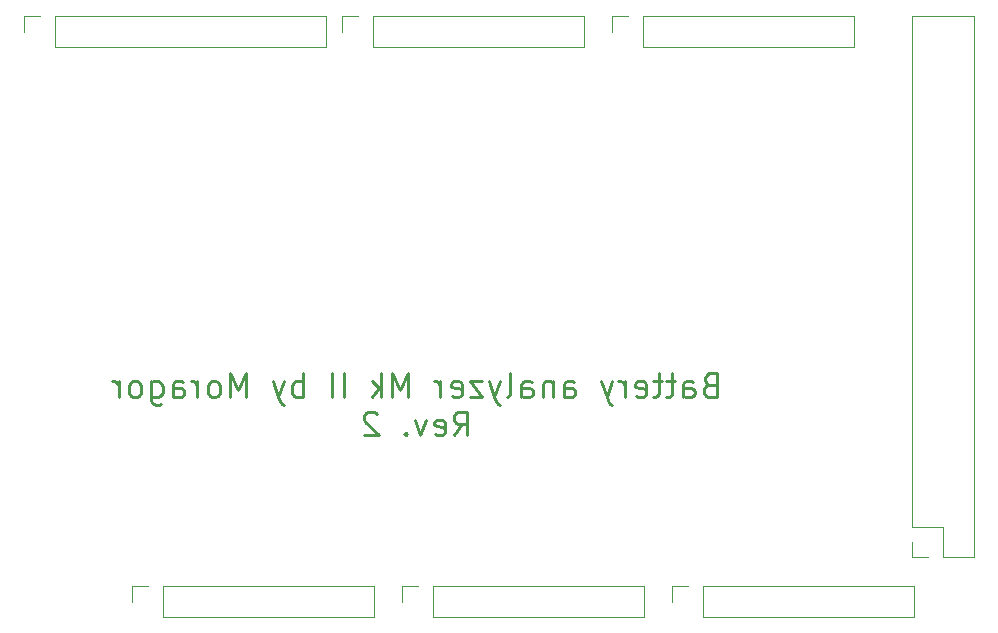
<source format=gbr>
G04 #@! TF.GenerationSoftware,KiCad,Pcbnew,(5.1.9)-1*
G04 #@! TF.CreationDate,2021-04-10T17:02:56+02:00*
G04 #@! TF.ProjectId,Battery_analyzer_MKII,42617474-6572-4795-9f61-6e616c797a65,2*
G04 #@! TF.SameCoordinates,Original*
G04 #@! TF.FileFunction,Legend,Bot*
G04 #@! TF.FilePolarity,Positive*
%FSLAX46Y46*%
G04 Gerber Fmt 4.6, Leading zero omitted, Abs format (unit mm)*
G04 Created by KiCad (PCBNEW (5.1.9)-1) date 2021-04-10 17:02:56*
%MOMM*%
%LPD*%
G01*
G04 APERTURE LIST*
%ADD10C,0.250000*%
%ADD11C,0.120000*%
G04 APERTURE END LIST*
D10*
X178819523Y-100772142D02*
X178533809Y-100867380D01*
X178438571Y-100962619D01*
X178343333Y-101153095D01*
X178343333Y-101438809D01*
X178438571Y-101629285D01*
X178533809Y-101724523D01*
X178724285Y-101819761D01*
X179486190Y-101819761D01*
X179486190Y-99819761D01*
X178819523Y-99819761D01*
X178629047Y-99915000D01*
X178533809Y-100010238D01*
X178438571Y-100200714D01*
X178438571Y-100391190D01*
X178533809Y-100581666D01*
X178629047Y-100676904D01*
X178819523Y-100772142D01*
X179486190Y-100772142D01*
X176629047Y-101819761D02*
X176629047Y-100772142D01*
X176724285Y-100581666D01*
X176914761Y-100486428D01*
X177295714Y-100486428D01*
X177486190Y-100581666D01*
X176629047Y-101724523D02*
X176819523Y-101819761D01*
X177295714Y-101819761D01*
X177486190Y-101724523D01*
X177581428Y-101534047D01*
X177581428Y-101343571D01*
X177486190Y-101153095D01*
X177295714Y-101057857D01*
X176819523Y-101057857D01*
X176629047Y-100962619D01*
X175962380Y-100486428D02*
X175200476Y-100486428D01*
X175676666Y-99819761D02*
X175676666Y-101534047D01*
X175581428Y-101724523D01*
X175390952Y-101819761D01*
X175200476Y-101819761D01*
X174819523Y-100486428D02*
X174057619Y-100486428D01*
X174533809Y-99819761D02*
X174533809Y-101534047D01*
X174438571Y-101724523D01*
X174248095Y-101819761D01*
X174057619Y-101819761D01*
X172629047Y-101724523D02*
X172819523Y-101819761D01*
X173200476Y-101819761D01*
X173390952Y-101724523D01*
X173486190Y-101534047D01*
X173486190Y-100772142D01*
X173390952Y-100581666D01*
X173200476Y-100486428D01*
X172819523Y-100486428D01*
X172629047Y-100581666D01*
X172533809Y-100772142D01*
X172533809Y-100962619D01*
X173486190Y-101153095D01*
X171676666Y-101819761D02*
X171676666Y-100486428D01*
X171676666Y-100867380D02*
X171581428Y-100676904D01*
X171486190Y-100581666D01*
X171295714Y-100486428D01*
X171105238Y-100486428D01*
X170629047Y-100486428D02*
X170152857Y-101819761D01*
X169676666Y-100486428D02*
X170152857Y-101819761D01*
X170343333Y-102295952D01*
X170438571Y-102391190D01*
X170629047Y-102486428D01*
X166533809Y-101819761D02*
X166533809Y-100772142D01*
X166629047Y-100581666D01*
X166819523Y-100486428D01*
X167200476Y-100486428D01*
X167390952Y-100581666D01*
X166533809Y-101724523D02*
X166724285Y-101819761D01*
X167200476Y-101819761D01*
X167390952Y-101724523D01*
X167486190Y-101534047D01*
X167486190Y-101343571D01*
X167390952Y-101153095D01*
X167200476Y-101057857D01*
X166724285Y-101057857D01*
X166533809Y-100962619D01*
X165581428Y-100486428D02*
X165581428Y-101819761D01*
X165581428Y-100676904D02*
X165486190Y-100581666D01*
X165295714Y-100486428D01*
X165010000Y-100486428D01*
X164819523Y-100581666D01*
X164724285Y-100772142D01*
X164724285Y-101819761D01*
X162914761Y-101819761D02*
X162914761Y-100772142D01*
X163010000Y-100581666D01*
X163200476Y-100486428D01*
X163581428Y-100486428D01*
X163771904Y-100581666D01*
X162914761Y-101724523D02*
X163105238Y-101819761D01*
X163581428Y-101819761D01*
X163771904Y-101724523D01*
X163867142Y-101534047D01*
X163867142Y-101343571D01*
X163771904Y-101153095D01*
X163581428Y-101057857D01*
X163105238Y-101057857D01*
X162914761Y-100962619D01*
X161676666Y-101819761D02*
X161867142Y-101724523D01*
X161962380Y-101534047D01*
X161962380Y-99819761D01*
X161105238Y-100486428D02*
X160629047Y-101819761D01*
X160152857Y-100486428D02*
X160629047Y-101819761D01*
X160819523Y-102295952D01*
X160914761Y-102391190D01*
X161105238Y-102486428D01*
X159581428Y-100486428D02*
X158533809Y-100486428D01*
X159581428Y-101819761D01*
X158533809Y-101819761D01*
X157010000Y-101724523D02*
X157200476Y-101819761D01*
X157581428Y-101819761D01*
X157771904Y-101724523D01*
X157867142Y-101534047D01*
X157867142Y-100772142D01*
X157771904Y-100581666D01*
X157581428Y-100486428D01*
X157200476Y-100486428D01*
X157010000Y-100581666D01*
X156914761Y-100772142D01*
X156914761Y-100962619D01*
X157867142Y-101153095D01*
X156057619Y-101819761D02*
X156057619Y-100486428D01*
X156057619Y-100867380D02*
X155962380Y-100676904D01*
X155867142Y-100581666D01*
X155676666Y-100486428D01*
X155486190Y-100486428D01*
X153295714Y-101819761D02*
X153295714Y-99819761D01*
X152629047Y-101248333D01*
X151962380Y-99819761D01*
X151962380Y-101819761D01*
X151010000Y-101819761D02*
X151010000Y-99819761D01*
X150819523Y-101057857D02*
X150248095Y-101819761D01*
X150248095Y-100486428D02*
X151010000Y-101248333D01*
X147867142Y-101819761D02*
X147867142Y-99819761D01*
X146914761Y-101819761D02*
X146914761Y-99819761D01*
X144438571Y-101819761D02*
X144438571Y-99819761D01*
X144438571Y-100581666D02*
X144248095Y-100486428D01*
X143867142Y-100486428D01*
X143676666Y-100581666D01*
X143581428Y-100676904D01*
X143486190Y-100867380D01*
X143486190Y-101438809D01*
X143581428Y-101629285D01*
X143676666Y-101724523D01*
X143867142Y-101819761D01*
X144248095Y-101819761D01*
X144438571Y-101724523D01*
X142819523Y-100486428D02*
X142343333Y-101819761D01*
X141867142Y-100486428D02*
X142343333Y-101819761D01*
X142533809Y-102295952D01*
X142629047Y-102391190D01*
X142819523Y-102486428D01*
X139581428Y-101819761D02*
X139581428Y-99819761D01*
X138914761Y-101248333D01*
X138248095Y-99819761D01*
X138248095Y-101819761D01*
X137010000Y-101819761D02*
X137200476Y-101724523D01*
X137295714Y-101629285D01*
X137390952Y-101438809D01*
X137390952Y-100867380D01*
X137295714Y-100676904D01*
X137200476Y-100581666D01*
X137010000Y-100486428D01*
X136724285Y-100486428D01*
X136533809Y-100581666D01*
X136438571Y-100676904D01*
X136343333Y-100867380D01*
X136343333Y-101438809D01*
X136438571Y-101629285D01*
X136533809Y-101724523D01*
X136724285Y-101819761D01*
X137010000Y-101819761D01*
X135486190Y-101819761D02*
X135486190Y-100486428D01*
X135486190Y-100867380D02*
X135390952Y-100676904D01*
X135295714Y-100581666D01*
X135105238Y-100486428D01*
X134914761Y-100486428D01*
X133390952Y-101819761D02*
X133390952Y-100772142D01*
X133486190Y-100581666D01*
X133676666Y-100486428D01*
X134057619Y-100486428D01*
X134248095Y-100581666D01*
X133390952Y-101724523D02*
X133581428Y-101819761D01*
X134057619Y-101819761D01*
X134248095Y-101724523D01*
X134343333Y-101534047D01*
X134343333Y-101343571D01*
X134248095Y-101153095D01*
X134057619Y-101057857D01*
X133581428Y-101057857D01*
X133390952Y-100962619D01*
X131581428Y-100486428D02*
X131581428Y-102105476D01*
X131676666Y-102295952D01*
X131771904Y-102391190D01*
X131962380Y-102486428D01*
X132248095Y-102486428D01*
X132438571Y-102391190D01*
X131581428Y-101724523D02*
X131771904Y-101819761D01*
X132152857Y-101819761D01*
X132343333Y-101724523D01*
X132438571Y-101629285D01*
X132533809Y-101438809D01*
X132533809Y-100867380D01*
X132438571Y-100676904D01*
X132343333Y-100581666D01*
X132152857Y-100486428D01*
X131771904Y-100486428D01*
X131581428Y-100581666D01*
X130343333Y-101819761D02*
X130533809Y-101724523D01*
X130629047Y-101629285D01*
X130724285Y-101438809D01*
X130724285Y-100867380D01*
X130629047Y-100676904D01*
X130533809Y-100581666D01*
X130343333Y-100486428D01*
X130057619Y-100486428D01*
X129867142Y-100581666D01*
X129771904Y-100676904D01*
X129676666Y-100867380D01*
X129676666Y-101438809D01*
X129771904Y-101629285D01*
X129867142Y-101724523D01*
X130057619Y-101819761D01*
X130343333Y-101819761D01*
X128819523Y-101819761D02*
X128819523Y-100486428D01*
X128819523Y-100867380D02*
X128724285Y-100676904D01*
X128629047Y-100581666D01*
X128438571Y-100486428D01*
X128248095Y-100486428D01*
X157200476Y-105069761D02*
X157867142Y-104117380D01*
X158343333Y-105069761D02*
X158343333Y-103069761D01*
X157581428Y-103069761D01*
X157390952Y-103165000D01*
X157295714Y-103260238D01*
X157200476Y-103450714D01*
X157200476Y-103736428D01*
X157295714Y-103926904D01*
X157390952Y-104022142D01*
X157581428Y-104117380D01*
X158343333Y-104117380D01*
X155581428Y-104974523D02*
X155771904Y-105069761D01*
X156152857Y-105069761D01*
X156343333Y-104974523D01*
X156438571Y-104784047D01*
X156438571Y-104022142D01*
X156343333Y-103831666D01*
X156152857Y-103736428D01*
X155771904Y-103736428D01*
X155581428Y-103831666D01*
X155486190Y-104022142D01*
X155486190Y-104212619D01*
X156438571Y-104403095D01*
X154819523Y-103736428D02*
X154343333Y-105069761D01*
X153867142Y-103736428D01*
X153105238Y-104879285D02*
X153010000Y-104974523D01*
X153105238Y-105069761D01*
X153200476Y-104974523D01*
X153105238Y-104879285D01*
X153105238Y-105069761D01*
X150724285Y-103260238D02*
X150629047Y-103165000D01*
X150438571Y-103069761D01*
X149962380Y-103069761D01*
X149771904Y-103165000D01*
X149676666Y-103260238D01*
X149581428Y-103450714D01*
X149581428Y-103641190D01*
X149676666Y-103926904D01*
X150819523Y-105069761D01*
X149581428Y-105069761D01*
D11*
X196028000Y-115376000D02*
X197358000Y-115376000D01*
X196028000Y-114046000D02*
X196028000Y-115376000D01*
X198628000Y-115376000D02*
X201228000Y-115376000D01*
X198628000Y-112776000D02*
X198628000Y-115376000D01*
X196028000Y-112776000D02*
X198628000Y-112776000D01*
X201228000Y-115376000D02*
X201228000Y-69536000D01*
X196028000Y-112776000D02*
X196028000Y-69536000D01*
X196028000Y-69536000D02*
X201228000Y-69536000D01*
X150428000Y-117796000D02*
X150428000Y-120456000D01*
X132588000Y-117796000D02*
X150428000Y-117796000D01*
X132588000Y-120456000D02*
X150428000Y-120456000D01*
X132588000Y-117796000D02*
X132588000Y-120456000D01*
X131318000Y-117796000D02*
X129988000Y-117796000D01*
X129988000Y-117796000D02*
X129988000Y-119126000D01*
X152848000Y-117796000D02*
X152848000Y-119126000D01*
X154178000Y-117796000D02*
X152848000Y-117796000D01*
X155448000Y-117796000D02*
X155448000Y-120456000D01*
X155448000Y-120456000D02*
X173288000Y-120456000D01*
X155448000Y-117796000D02*
X173288000Y-117796000D01*
X173288000Y-117796000D02*
X173288000Y-120456000D01*
X175708000Y-117796000D02*
X175708000Y-119126000D01*
X177038000Y-117796000D02*
X175708000Y-117796000D01*
X178308000Y-117796000D02*
X178308000Y-120456000D01*
X178308000Y-120456000D02*
X196148000Y-120456000D01*
X178308000Y-117796000D02*
X196148000Y-117796000D01*
X196148000Y-117796000D02*
X196148000Y-120456000D01*
X120844000Y-69536000D02*
X120844000Y-70866000D01*
X122174000Y-69536000D02*
X120844000Y-69536000D01*
X123444000Y-69536000D02*
X123444000Y-72196000D01*
X123444000Y-72196000D02*
X146364000Y-72196000D01*
X123444000Y-69536000D02*
X146364000Y-69536000D01*
X146364000Y-69536000D02*
X146364000Y-72196000D01*
X168208000Y-69536000D02*
X168208000Y-72196000D01*
X150368000Y-69536000D02*
X168208000Y-69536000D01*
X150368000Y-72196000D02*
X168208000Y-72196000D01*
X150368000Y-69536000D02*
X150368000Y-72196000D01*
X149098000Y-69536000D02*
X147768000Y-69536000D01*
X147768000Y-69536000D02*
X147768000Y-70866000D01*
X170628000Y-69536000D02*
X170628000Y-70866000D01*
X171958000Y-69536000D02*
X170628000Y-69536000D01*
X173228000Y-69536000D02*
X173228000Y-72196000D01*
X173228000Y-72196000D02*
X191068000Y-72196000D01*
X173228000Y-69536000D02*
X191068000Y-69536000D01*
X191068000Y-69536000D02*
X191068000Y-72196000D01*
M02*

</source>
